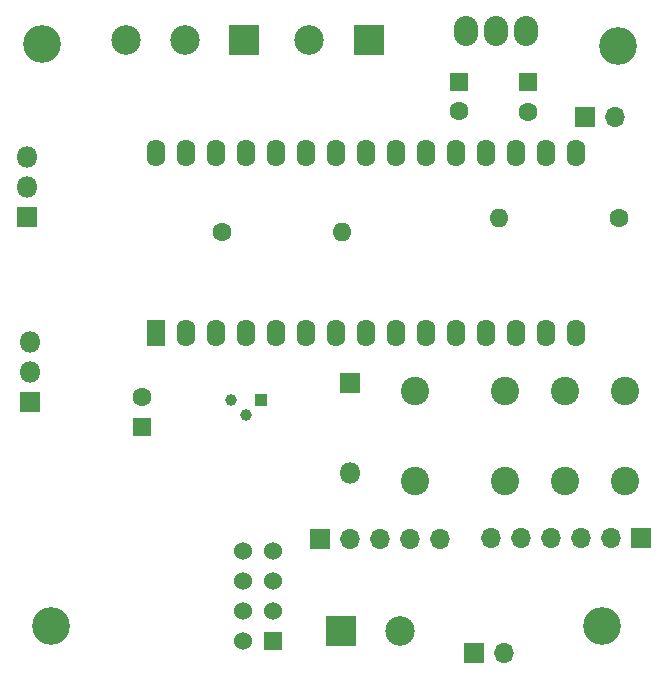
<source format=gts>
G04 #@! TF.FileFunction,Soldermask,Top*
%FSLAX46Y46*%
G04 Gerber Fmt 4.6, Leading zero omitted, Abs format (unit mm)*
G04 Created by KiCad (PCBNEW 4.0.5) date 04/05/17 22:59:05*
%MOMM*%
%LPD*%
G01*
G04 APERTURE LIST*
%ADD10C,0.100000*%
%ADD11R,1.574800X2.286000*%
%ADD12O,1.574800X2.286000*%
%ADD13C,3.200000*%
%ADD14R,1.700000X1.700000*%
%ADD15O,1.700000X1.700000*%
%ADD16R,1.800000X1.800000*%
%ADD17O,1.800000X1.800000*%
%ADD18C,1.600000*%
%ADD19O,1.600000X1.600000*%
%ADD20R,1.524000X1.524000*%
%ADD21C,1.524000*%
%ADD22O,2.032000X2.540000*%
%ADD23R,1.600000X1.600000*%
%ADD24C,1.000000*%
%ADD25R,1.000000X1.000000*%
%ADD26R,2.500000X2.500000*%
%ADD27C,2.500000*%
%ADD28C,2.400000*%
G04 APERTURE END LIST*
D10*
D11*
X45110400Y-66395600D03*
D12*
X47650400Y-66395600D03*
X50190400Y-66395600D03*
X52730400Y-66395600D03*
X55270400Y-66395600D03*
X57810400Y-66395600D03*
X60350400Y-66395600D03*
X62890400Y-66395600D03*
X65430400Y-66395600D03*
X67970400Y-66395600D03*
X70510400Y-66395600D03*
X73050400Y-66395600D03*
X75590400Y-66395600D03*
X78130400Y-66395600D03*
X80670400Y-66395600D03*
X80670400Y-51155600D03*
X78130400Y-51155600D03*
X75590400Y-51155600D03*
X73050400Y-51155600D03*
X70510400Y-51155600D03*
X67970400Y-51155600D03*
X65430400Y-51155600D03*
X62890400Y-51155600D03*
X60350400Y-51155600D03*
X57810400Y-51155600D03*
X55270400Y-51155600D03*
X52730400Y-51155600D03*
X50190400Y-51155600D03*
X47650400Y-51155600D03*
X45110400Y-51155600D03*
D13*
X82905600Y-91236800D03*
D14*
X72085200Y-93472000D03*
D15*
X74625200Y-93472000D03*
D14*
X86156800Y-83769200D03*
D15*
X83616800Y-83769200D03*
X81076800Y-83769200D03*
X78536800Y-83769200D03*
X75996800Y-83769200D03*
X73456800Y-83769200D03*
D16*
X34163000Y-56540400D03*
D17*
X34163000Y-54000400D03*
X34163000Y-51460400D03*
D16*
X34417000Y-72212200D03*
D17*
X34417000Y-69672200D03*
X34417000Y-67132200D03*
D18*
X84328000Y-56642000D03*
D19*
X74168000Y-56642000D03*
D20*
X55041800Y-92481400D03*
D21*
X52501800Y-92481400D03*
X55041800Y-89941400D03*
X52501800Y-89941400D03*
X55041800Y-87401400D03*
X52501800Y-87401400D03*
X55041800Y-84861400D03*
X52501800Y-84861400D03*
D22*
X73888600Y-40843200D03*
X76428600Y-40843200D03*
X71348600Y-40843200D03*
D23*
X70815200Y-45110400D03*
D18*
X70815200Y-47610400D03*
D23*
X76581000Y-45161200D03*
D18*
X76581000Y-47661200D03*
D23*
X43942000Y-74320400D03*
D18*
X43942000Y-71820400D03*
D16*
X61518800Y-70612000D03*
D17*
X61518800Y-78232000D03*
D13*
X35433000Y-41910000D03*
X84201000Y-42062400D03*
X36271200Y-91186000D03*
D14*
X59029600Y-83870800D03*
D15*
X61569600Y-83870800D03*
X64109600Y-83870800D03*
X66649600Y-83870800D03*
X69189600Y-83870800D03*
D24*
X52781200Y-73304400D03*
X51511200Y-72034400D03*
D25*
X54051200Y-72034400D03*
D18*
X50698400Y-57810400D03*
D19*
X60858400Y-57810400D03*
D26*
X63119000Y-41554400D03*
D27*
X58119000Y-41554400D03*
X42603400Y-41554400D03*
D26*
X52603400Y-41554400D03*
D27*
X47603400Y-41554400D03*
D26*
X60756800Y-91643200D03*
D27*
X65756800Y-91643200D03*
D14*
X81432400Y-48133000D03*
D15*
X83972400Y-48133000D03*
D28*
X84861400Y-71323200D03*
X74701400Y-71323200D03*
X79781400Y-71323200D03*
X67081400Y-71323200D03*
X67081400Y-78943200D03*
X79781400Y-78943200D03*
X74701400Y-78943200D03*
X84861400Y-78943200D03*
M02*

</source>
